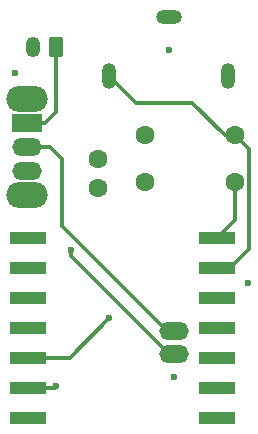
<source format=gbr>
%TF.GenerationSoftware,KiCad,Pcbnew,9.0.7*%
%TF.CreationDate,2026-01-16T10:40:53-07:00*%
%TF.ProjectId,keylink_revB,6b65796c-696e-46b5-9f72-6576422e6b69,rev?*%
%TF.SameCoordinates,Original*%
%TF.FileFunction,Copper,L1,Top*%
%TF.FilePolarity,Positive*%
%FSLAX46Y46*%
G04 Gerber Fmt 4.6, Leading zero omitted, Abs format (unit mm)*
G04 Created by KiCad (PCBNEW 9.0.7) date 2026-01-16 10:40:53*
%MOMM*%
%LPD*%
G01*
G04 APERTURE LIST*
G04 Aperture macros list*
%AMRoundRect*
0 Rectangle with rounded corners*
0 $1 Rounding radius*
0 $2 $3 $4 $5 $6 $7 $8 $9 X,Y pos of 4 corners*
0 Add a 4 corners polygon primitive as box body*
4,1,4,$2,$3,$4,$5,$6,$7,$8,$9,$2,$3,0*
0 Add four circle primitives for the rounded corners*
1,1,$1+$1,$2,$3*
1,1,$1+$1,$4,$5*
1,1,$1+$1,$6,$7*
1,1,$1+$1,$8,$9*
0 Add four rect primitives between the rounded corners*
20,1,$1+$1,$2,$3,$4,$5,0*
20,1,$1+$1,$4,$5,$6,$7,0*
20,1,$1+$1,$6,$7,$8,$9,0*
20,1,$1+$1,$8,$9,$2,$3,0*%
G04 Aperture macros list end*
%TA.AperFunction,ComponentPad*%
%ADD10C,1.600000*%
%TD*%
%TA.AperFunction,ComponentPad*%
%ADD11O,3.500000X2.200000*%
%TD*%
%TA.AperFunction,ComponentPad*%
%ADD12R,2.500000X1.500000*%
%TD*%
%TA.AperFunction,ComponentPad*%
%ADD13O,2.500000X1.500000*%
%TD*%
%TA.AperFunction,ComponentPad*%
%ADD14O,1.200000X1.750000*%
%TD*%
%TA.AperFunction,ComponentPad*%
%ADD15RoundRect,0.250000X0.350000X0.625000X-0.350000X0.625000X-0.350000X-0.625000X0.350000X-0.625000X0*%
%TD*%
%TA.AperFunction,ComponentPad*%
%ADD16O,1.200000X2.200000*%
%TD*%
%TA.AperFunction,ComponentPad*%
%ADD17O,2.200000X1.200000*%
%TD*%
%TA.AperFunction,SMDPad,CuDef*%
%ADD18R,3.150000X1.000000*%
%TD*%
%TA.AperFunction,ViaPad*%
%ADD19C,0.600000*%
%TD*%
%TA.AperFunction,Conductor*%
%ADD20C,0.300000*%
%TD*%
G04 APERTURE END LIST*
D10*
%TO.P,R1,2*%
%TO.N,Net-(U1-VCC_3V3)*%
X100000000Y-36000000D03*
%TO.P,R1,1*%
%TO.N,Net-(U1-D5)*%
X107620000Y-36000000D03*
%TD*%
D11*
%TO.P,SW1,*%
%TO.N,*%
X90000000Y-32900000D03*
X90000000Y-41100000D03*
D12*
%TO.P,SW1,1,A*%
%TO.N,/VBAT*%
X90000000Y-35000000D03*
D13*
%TO.P,SW1,2,B*%
%TO.N,Net-(SW1-B)*%
X90000000Y-37000000D03*
%TO.P,SW1,3*%
%TO.N,N/C*%
X90000000Y-39000000D03*
%TD*%
D10*
%TO.P,R2,1*%
%TO.N,Net-(U1-D6)*%
X107620000Y-40000000D03*
%TO.P,R2,2*%
%TO.N,Net-(U1-VCC_3V3)*%
X100000000Y-40000000D03*
%TD*%
D14*
%TO.P,J1,2,Pin_2*%
%TO.N,Net-(J1-Pin_2)*%
X90500000Y-28500000D03*
D15*
%TO.P,J1,1,Pin_1*%
%TO.N,/VBAT*%
X92500000Y-28500000D03*
%TD*%
D10*
%TO.P,C1,2*%
%TO.N,GND*%
X96000000Y-38000000D03*
%TO.P,C1,1*%
%TO.N,Net-(U1-VCC_3V3)*%
X96000000Y-40500000D03*
%TD*%
D16*
%TO.P,J2,R*%
%TO.N,Net-(U1-D6)*%
X107000000Y-31000000D03*
D17*
%TO.P,J2,S*%
%TO.N,GND*%
X102000000Y-26000000D03*
D16*
%TO.P,J2,T*%
%TO.N,Net-(U1-D5)*%
X97000000Y-31000000D03*
%TD*%
D13*
%TO.P,U1,B-,Batt-*%
%TO.N,Net-(J1-Pin_2)*%
X102429000Y-54500000D03*
%TO.P,U1,B+,Batt+*%
%TO.N,Net-(SW1-B)*%
X102440000Y-52600000D03*
D18*
%TO.P,U1,14,VUSB*%
%TO.N,unconnected-(U1-VUSB-Pad14)*%
X90075000Y-59920000D03*
%TO.P,U1,13,GND*%
%TO.N,GND*%
X90075000Y-57380000D03*
%TO.P,U1,12,VCC_3V3*%
%TO.N,Net-(U1-VCC_3V3)*%
X90075000Y-54840000D03*
%TO.P,U1,11,D10*%
%TO.N,unconnected-(U1-D10-Pad11)*%
X90075000Y-52300000D03*
%TO.P,U1,10,D9*%
%TO.N,unconnected-(U1-D9-Pad10)*%
X90075000Y-49760000D03*
%TO.P,U1,9,D8*%
%TO.N,unconnected-(U1-D8-Pad9)*%
X90075000Y-47220000D03*
%TO.P,U1,8,D7*%
%TO.N,unconnected-(U1-D7-Pad8)*%
X90075000Y-44680000D03*
%TO.P,U1,7,D6*%
%TO.N,Net-(U1-D6)*%
X106100000Y-44680000D03*
%TO.P,U1,6,D5*%
%TO.N,Net-(U1-D5)*%
X106100000Y-47220000D03*
%TO.P,U1,5,D4*%
%TO.N,unconnected-(U1-D4-Pad5)*%
X106100000Y-49760000D03*
%TO.P,U1,4,D3*%
%TO.N,unconnected-(U1-D3-Pad4)*%
X106100000Y-52300000D03*
%TO.P,U1,3,D2*%
%TO.N,unconnected-(U1-D2-Pad3)*%
X106100000Y-54840000D03*
%TO.P,U1,2,D1*%
%TO.N,unconnected-(U1-D1-Pad2)*%
X106100000Y-57380000D03*
%TO.P,U1,1,D0*%
%TO.N,unconnected-(U1-D0-Pad1)*%
X106100000Y-59920000D03*
%TD*%
D19*
%TO.N,GND*%
X108750000Y-48500000D03*
X89000000Y-30750000D03*
X92500000Y-57250000D03*
X102500000Y-56500000D03*
X102000000Y-28750000D03*
%TO.N,Net-(U1-VCC_3V3)*%
X97000000Y-51500000D03*
%TO.N,Net-(J1-Pin_2)*%
X93750000Y-45750000D03*
%TD*%
D20*
%TO.N,GND*%
X90075000Y-57380000D02*
X92370000Y-57380000D01*
X92370000Y-57380000D02*
X92500000Y-57250000D01*
%TO.N,Net-(U1-VCC_3V3)*%
X90075000Y-54840000D02*
X93660000Y-54840000D01*
X93660000Y-54840000D02*
X97000000Y-51500000D01*
%TO.N,Net-(J1-Pin_2)*%
X102000000Y-54500000D02*
X94000000Y-46500000D01*
X93750000Y-46250000D02*
X93750000Y-45750000D01*
X94000000Y-46500000D02*
X93750000Y-46250000D01*
X102429000Y-54500000D02*
X102000000Y-54500000D01*
%TO.N,Net-(U1-D5)*%
X107620000Y-36000000D02*
X108771000Y-37151000D01*
X107175000Y-47220000D02*
X106100000Y-47220000D01*
X108771000Y-37151000D02*
X108771000Y-45624000D01*
X108771000Y-45624000D02*
X107175000Y-47220000D01*
%TO.N,Net-(U1-D6)*%
X107620000Y-40000000D02*
X107620000Y-43160000D01*
X107620000Y-43160000D02*
X106100000Y-44680000D01*
X108000000Y-40000000D02*
X108026000Y-40026000D01*
%TO.N,unconnected-(U1-D1-Pad2)*%
X107175000Y-57380000D02*
X106100000Y-57380000D01*
%TO.N,/VBAT*%
X92500000Y-28500000D02*
X92500000Y-34050000D01*
X92500000Y-34050000D02*
X91550000Y-35000000D01*
X91550000Y-35000000D02*
X90000000Y-35000000D01*
%TO.N,Net-(J1-Pin_2)*%
X101600000Y-54500000D02*
X102429000Y-54500000D01*
%TO.N,unconnected-(U1-D0-Pad1)*%
X107175000Y-59920000D02*
X106100000Y-59920000D01*
%TO.N,Net-(U1-D5)*%
X99250000Y-33250000D02*
X104000000Y-33250000D01*
X97000000Y-31000000D02*
X99250000Y-33250000D01*
X104000000Y-33250000D02*
X106750000Y-36000000D01*
X106750000Y-36000000D02*
X108000000Y-36000000D01*
%TO.N,Net-(SW1-B)*%
X101890000Y-52600000D02*
X93000000Y-43710000D01*
X93000000Y-43710000D02*
X93000000Y-38000000D01*
X102440000Y-52600000D02*
X101890000Y-52600000D01*
X93000000Y-38000000D02*
X92000000Y-37000000D01*
X92000000Y-37000000D02*
X90000000Y-37000000D01*
%TD*%
M02*

</source>
